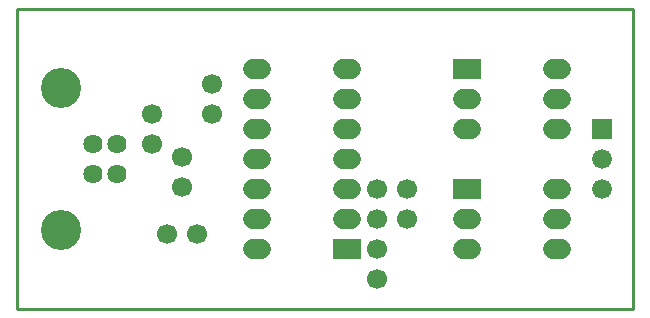
<source format=gbr>
G04 Layer: TopSolderMaskLayer*
G04 EasyEDA v6.4.31, 2022-01-30 11:41:32*
G04 57c3575010554ef89b770c7f971d9fae,8da0b385d4f3487c845ab04df2d2fc66,10*
G04 Gerber Generator version 0.2*
G04 Scale: 100 percent, Rotated: No, Reflected: No *
G04 Dimensions in millimeters *
G04 leading zeros omitted , absolute positions ,4 integer and 5 decimal *
%FSLAX45Y45*%
%MOMM*%

%ADD10C,0.2540*%
%ADD22C,1.7000*%
%ADD23C,1.6764*%
%ADD26C,1.6256*%
%ADD27C,3.4016*%

%LPD*%
D10*
X0Y0D02*
G01*
X0Y2540000D01*
X5219700Y2540000D01*
X5219700Y0D01*
X0Y0D01*
D22*
X2823999Y762000D02*
G01*
X2764000Y762000D01*
X2823999Y1016000D02*
G01*
X2764000Y1016000D01*
X2823999Y1270000D02*
G01*
X2764000Y1270000D01*
X2823999Y1524000D02*
G01*
X2764000Y1524000D01*
X2823999Y1778000D02*
G01*
X2764000Y1778000D01*
X2823999Y2032000D02*
G01*
X2764000Y2032000D01*
X2061999Y2032000D02*
G01*
X2002000Y2032000D01*
X2061999Y1778000D02*
G01*
X2002000Y1778000D01*
X2061999Y1524000D02*
G01*
X2002000Y1524000D01*
X2061999Y1270000D02*
G01*
X2002000Y1270000D01*
X2061999Y1016000D02*
G01*
X2002000Y1016000D01*
X2061999Y762000D02*
G01*
X2002000Y762000D01*
X2061999Y508000D02*
G01*
X2002000Y508000D01*
X3780000Y762000D02*
G01*
X3839999Y762000D01*
X3780000Y508000D02*
G01*
X3839999Y508000D01*
X4542000Y508000D02*
G01*
X4601999Y508000D01*
X4542000Y1016000D02*
G01*
X4601999Y1016000D01*
X4542000Y762000D02*
G01*
X4601999Y762000D01*
X3780000Y1778000D02*
G01*
X3839999Y1778000D01*
X3780000Y1524000D02*
G01*
X3839999Y1524000D01*
X4542000Y1524000D02*
G01*
X4601999Y1524000D01*
X4542000Y2032000D02*
G01*
X4601999Y2032000D01*
X4542000Y1778000D02*
G01*
X4601999Y1778000D01*
G01*
X1270000Y635000D03*
G01*
X1524000Y635000D03*
G01*
X3048000Y508000D03*
G01*
X3048000Y254000D03*
G01*
X1651000Y1651000D03*
G01*
X1651000Y1905000D03*
G01*
X1143000Y1651000D03*
G01*
X1143000Y1397000D03*
G01*
X1397000Y1028700D03*
G01*
X1397000Y1282700D03*
G01*
X3048000Y762000D03*
G01*
X3302000Y762000D03*
G01*
X3048000Y1016000D03*
G01*
X3302000Y1016000D03*
D23*
G01*
X4953000Y1016000D03*
G01*
X4953000Y1270000D03*
G36*
X4869179Y1440179D02*
G01*
X4869179Y1607820D01*
X5036820Y1607820D01*
X5036820Y1440179D01*
G37*
G36*
X2678938Y422910D02*
G01*
X2678938Y593089D01*
X2909061Y593089D01*
X2909061Y422910D01*
G37*
G36*
X3694938Y930910D02*
G01*
X3694938Y1101089D01*
X3925061Y1101089D01*
X3925061Y930910D01*
G37*
G36*
X3694938Y1946910D02*
G01*
X3694938Y2117089D01*
X3925061Y2117089D01*
X3925061Y1946910D01*
G37*
D26*
G01*
X845096Y1145006D03*
G01*
X845096Y1395018D03*
G01*
X645096Y1395018D03*
G01*
X645096Y1145006D03*
D27*
G01*
X374103Y670001D03*
G01*
X374103Y1869998D03*
M02*

</source>
